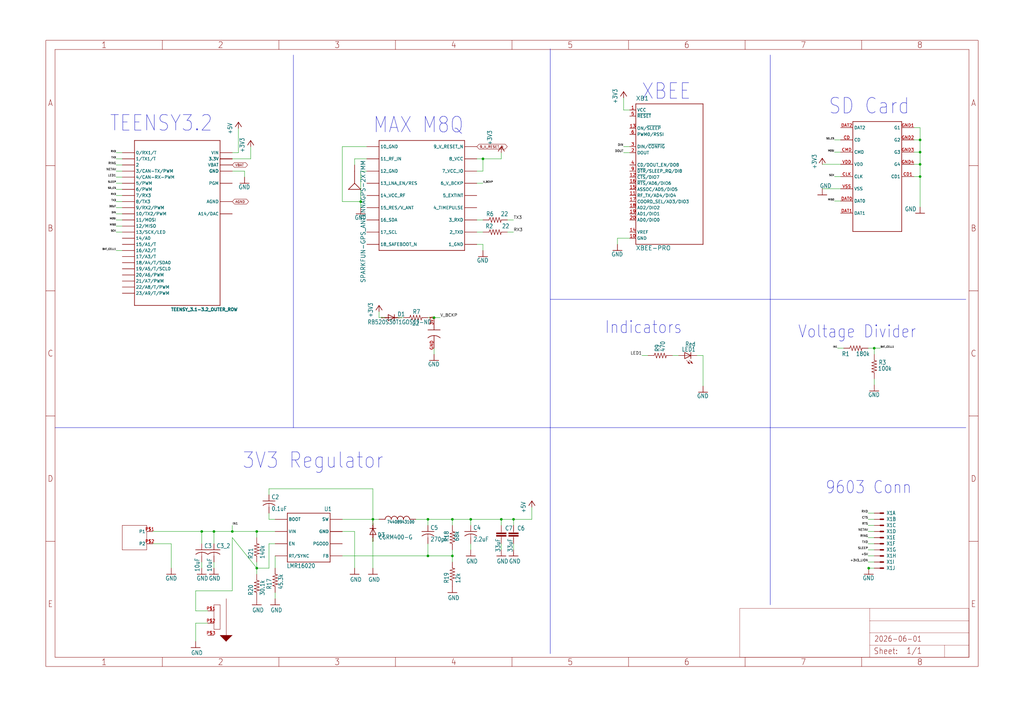
<source format=kicad_sch>
(kicad_sch (version 20230121) (generator eeschema)
  (paper "User" 425.45 298.45)
  (lib_symbols
    (symbol "BITSv4-eagle-import:+3V3" (power)
      (property "Value" "+3V3" (at -2.54 -5.08 90))
      (symbol "+3V3_1_0"
        (pin power_in line (at 0 -2.54 90) (length 2.54) (name "+3V3") (number "1"))
      )
    )
    (symbol "BITSv4-eagle-import:+5V" (power)
      (property "Value" "+5V" (at -2.54 -5.08 90))
      (symbol "+5V_1_0"
        (pin power_in line (at 0 -2.54 90) (length 2.54) (name "+5V") (number "1"))
      )
    )
    (symbol "BITSv4-eagle-import:53?-10261"
      (property "Reference" "X" (at 2.54 -0.762 0))
      (symbol "53?-10261_1_0"
        (pin passive line (at -2.54 0 0) (length 2.54) (name "S") (number "1"))
      )
      (symbol "53?-10261_2_0"
        (pin passive line (at -2.54 0 0) (length 2.54) (name "S") (number "2"))
      )
      (symbol "53?-10261_3_0"
        (pin passive line (at -2.54 0 0) (length 2.54) (name "S") (number "3"))
      )
      (symbol "53?-10261_4_0"
        (pin passive line (at -2.54 0 0) (length 2.54) (name "S") (number "4"))
      )
      (symbol "53?-10261_5_0"
        (pin passive line (at -2.54 0 0) (length 2.54) (name "S") (number "5"))
      )
      (symbol "53?-10261_6_0"
        (pin passive line (at -2.54 0 0) (length 2.54) (name "S") (number "6"))
      )
      (symbol "53?-10261_7_0"
        (pin passive line (at -2.54 0 0) (length 2.54) (name "S") (number "7"))
      )
      (symbol "53?-10261_8_0"
        (pin passive line (at -2.54 0 0) (length 2.54) (name "S") (number "8"))
      )
      (symbol "53?-10261_9_0"
        (pin passive line (at -2.54 0 0) (length 2.54) (name "S") (number "9"))
      )
      (symbol "53?-10261_10_0"
        (pin passive line (at -2.54 0 0) (length 2.54) (name "S") (number "10"))
      )
    )
    (symbol "BITSv4-eagle-import:559350210"
      (symbol "559350210_1_0"
        (pin bidirectional line (at 7.62 2.54 180) (length 2.54) (name "P1") (number "P$1"))
        (pin bidirectional line (at 7.62 -2.54 180) (length 2.54) (name "P2") (number "P$2"))
      )
    )
    (symbol "BITSv4-eagle-import:74408943100"
      (symbol "74408943100_1_0"
        (pin bidirectional line (at 0 0 0) (length 0) (name "P$1") (number "P$1"))
        (pin bidirectional line (at 15.24 0 0) (length 0) (name "P$2") (number "P$2"))
      )
    )
    (symbol "BITSv4-eagle-import:A3L-LOC"
      (symbol "A3L-LOC_1_0"
        (text "${#}/${##}" (at 357.505 5.08 0) (effects (font (size 2.54 2.159)) (justify left bottom)))
        (text "${CURRENT_DATE}" (at 344.17 10.16 0) (effects (font (size 2.286 1.9431)) (justify left bottom)))
        (text "${PROJECTNAME}" (at 344.17 15.24 0) (effects (font (size 2.54 2.159)) (justify left bottom)))
        (text "1" (at 24.2094 1.905 0) (effects (font (size 2.54 2.286))))
        (text "1" (at 24.2094 258.445 0) (effects (font (size 2.54 2.286))))
        (text "2" (at 72.6281 1.905 0) (effects (font (size 2.54 2.286))))
        (text "2" (at 72.6281 258.445 0) (effects (font (size 2.54 2.286))))
        (text "3" (at 121.0469 1.905 0) (effects (font (size 2.54 2.286))))
        (text "3" (at 121.0469 258.445 0) (effects (font (size 2.54 2.286))))
        (text "4" (at 169.4656 1.905 0) (effects (font (size 2.54 2.286))))
        (text "4" (at 169.4656 258.445 0) (effects (font (size 2.54 2.286))))
        (text "5" (at 217.8844 1.905 0) (effects (font (size 2.54 2.286))))
        (text "5" (at 217.8844 258.445 0) (effects (font (size 2.54 2.286))))
        (text "6" (at 266.3031 1.905 0) (effects (font (size 2.54 2.286))))
        (text "6" (at 266.3031 258.445 0) (effects (font (size 2.54 2.286))))
        (text "7" (at 314.7219 1.905 0) (effects (font (size 2.54 2.286))))
        (text "7" (at 314.7219 258.445 0) (effects (font (size 2.54 2.286))))
        (text "8" (at 363.1406 1.905 0) (effects (font (size 2.54 2.286))))
        (text "8" (at 363.1406 258.445 0) (effects (font (size 2.54 2.286))))
        (text "A" (at 1.905 234.315 0) (effects (font (size 2.54 2.286))))
        (text "A" (at 385.445 234.315 0) (effects (font (size 2.54 2.286))))
        (text "B" (at 1.905 182.245 0) (effects (font (size 2.54 2.286))))
        (text "B" (at 385.445 182.245 0) (effects (font (size 2.54 2.286))))
        (text "C" (at 1.905 130.175 0) (effects (font (size 2.54 2.286))))
        (text "C" (at 385.445 130.175 0) (effects (font (size 2.54 2.286))))
        (text "D" (at 1.905 78.105 0) (effects (font (size 2.54 2.286))))
        (text "D" (at 385.445 78.105 0) (effects (font (size 2.54 2.286))))
        (text "E" (at 1.905 26.035 0) (effects (font (size 2.54 2.286))))
        (text "E" (at 385.445 26.035 0) (effects (font (size 2.54 2.286))))
        (text "Sheet:" (at 343.916 4.953 0) (effects (font (size 2.54 2.159)) (justify left bottom)))
      )
    )
    (symbol "BITSv4-eagle-import:C-EU050-024X044"
      (property "Reference" "C" (at 1.524 0.381 0))
      (symbol "C-EU050-024X044_1_0"
        (pin passive line (at 0 2.54 270) (length 2.54) (name "1") (number "1"))
        (pin passive line (at 0 -5.08 90) (length 2.54) (name "2") (number "2"))
      )
    )
    (symbol "BITSv4-eagle-import:C-USC0603"
      (property "Reference" "C" (at 1.016 0.635 0))
      (symbol "C-USC0603_1_0"
        (pin passive line (at 0 2.54 270) (length 2.54) (name "1") (number "1"))
        (pin passive line (at 0 -5.08 90) (length 2.54) (name "2") (number "2"))
      )
    )
    (symbol "BITSv4-eagle-import:CGRM400-G"
      (property "Reference" "D" (at 2.54 0.4826 0))
      (symbol "CGRM400-G_1_0"
        (text "SpiceOrder 1" (at -2.54 0 0) (effects (font (size 0.4064 0.3454))))
        (text "SpiceOrder 2" (at 2.54 0 0) (effects (font (size 0.4064 0.3454))))
        (pin passive line (at -2.54 0 0) (length 2.54) (name "A") (number "A"))
        (pin passive line (at 2.54 0 180) (length 2.54) (name "C") (number "C"))
      )
    )
    (symbol "BITSv4-eagle-import:CL-SB-12B-01"
      (symbol "CL-SB-12B-01_1_0"
        (pin bidirectional line (at -5.08 2.54 90) (length 2.54) (name "P1") (number "P$1"))
        (pin bidirectional line (at 0 2.54 90) (length 2.54) (name "P2") (number "P$2"))
        (pin bidirectional line (at 5.08 2.54 90) (length 2.54) (name "P3") (number "P$3"))
      )
    )
    (symbol "BITSv4-eagle-import:DCK-3R3E204T614-E"
      (symbol "DCK-3R3E204T614-E_1_0"
        (pin bidirectional line (at 2.54 0 180) (length 2.54) (name "3V3") (number "3V3"))
        (pin bidirectional line (at -10.16 0 0) (length 2.54) (name "GND") (number "GND"))
      )
    )
    (symbol "BITSv4-eagle-import:DIODE-SOD523"
      (property "Reference" "D" (at 2.54 0.4826 0))
      (symbol "DIODE-SOD523_1_0"
        (text "SpiceOrder 1" (at -2.54 0 0) (effects (font (size 0.4064 0.3454))))
        (text "SpiceOrder 2" (at 2.54 0 0) (effects (font (size 0.4064 0.3454))))
        (pin passive line (at -2.54 0 0) (length 2.54) (name "A") (number "A"))
        (pin passive line (at 2.54 0 180) (length 2.54) (name "C") (number "C"))
      )
    )
    (symbol "BITSv4-eagle-import:GND" (power)
      (property "Value" "GND" (at -2.54 -2.54 0))
      (symbol "GND_1_0"
        (pin power_in line (at 0 2.54 270) (length 2.54) (name "GND") (number "1"))
      )
    )
    (symbol "BITSv4-eagle-import:LEDCHIP-LED0603"
      (property "Reference" "LED" (at 3.556 -4.572 90))
      (symbol "LEDCHIP-LED0603_1_0"
        (pin passive line (at 0 2.54 270) (length 2.54) (name "A") (number "A"))
        (pin passive line (at 0 -5.08 90) (length 2.54) (name "C") (number "C"))
      )
    )
    (symbol "BITSv4-eagle-import:LMR16020"
      (property "Reference" "U" (at -7.62 10.922 0))
      (symbol "LMR16020_1_0"
        (pin bidirectional line (at -12.7 7.62 0) (length 5.08) (name "BOOT") (number "P$1"))
        (pin bidirectional line (at -12.7 2.54 0) (length 5.08) (name "VIN") (number "P$2"))
        (pin bidirectional line (at -12.7 -2.54 0) (length 5.08) (name "EN") (number "P$3"))
        (pin bidirectional line (at -12.7 -7.62 0) (length 5.08) (name "RT/SYNC") (number "P$4"))
        (pin bidirectional line (at 15.24 -7.62 180) (length 5.08) (name "FB") (number "P$5"))
        (pin bidirectional line (at 15.24 -2.54 180) (length 5.08) (name "PGOOD") (number "P$6"))
        (pin bidirectional line (at 15.24 2.54 180) (length 5.08) (name "GND") (number "P$7"))
        (pin bidirectional line (at 15.24 7.62 180) (length 5.08) (name "SW") (number "P$8"))
        (pin bidirectional line (at 15.24 2.54 180) (length 5.08) (name "GND") (number "PAD"))
      )
    )
    (symbol "BITSv4-eagle-import:MAX-M8"
      (symbol "MAX-M8_1_0"
        (pin power_in line (at -22.86 15.24 0) (length 5.08) (name "10_GND") (number "10_GND"))
        (pin bidirectional line (at -22.86 10.16 0) (length 5.08) (name "11_RF_IN") (number "11_RF_IN"))
        (pin power_in line (at -22.86 5.08 0) (length 5.08) (name "12_GND") (number "12_GND"))
        (pin bidirectional line (at -22.86 0 0) (length 5.08) (name "13_LNA_EN/RES") (number "13_LNA_EN"))
        (pin bidirectional line (at -22.86 -5.08 0) (length 5.08) (name "14_VCC_RF") (number "14_VCC_RF"))
        (pin bidirectional line (at -22.86 -10.16 0) (length 5.08) (name "15_RES/V_ANT") (number "15_V_ANT/RESERVED"))
        (pin bidirectional line (at -22.86 -15.24 0) (length 5.08) (name "16_SDA") (number "16_SDA"))
        (pin bidirectional line (at -22.86 -20.32 0) (length 5.08) (name "17_SCL") (number "17_SCL"))
        (pin bidirectional line (at -22.86 -25.4 0) (length 5.08) (name "18_SAFEBOOT_N") (number "18_SAFEBOOT_N"))
        (pin power_in line (at 22.86 -25.4 180) (length 5.08) (name "1_GND") (number "1_GND"))
        (pin bidirectional line (at 22.86 -20.32 180) (length 5.08) (name "2_TXD") (number "2_TXD"))
        (pin bidirectional line (at 22.86 -15.24 180) (length 5.08) (name "3_RXD") (number "3_RXD"))
        (pin bidirectional line (at 22.86 -10.16 180) (length 5.08) (name "4_TIMEPULSE") (number "4_TIMEPULSE"))
        (pin bidirectional line (at 22.86 -5.08 180) (length 5.08) (name "5_EXTINT") (number "5_EXTINT"))
        (pin bidirectional line (at 22.86 0 180) (length 5.08) (name "6_V_BCKP") (number "6_V_BCKP"))
        (pin power_in line (at 22.86 5.08 180) (length 5.08) (name "7_VCC_IO") (number "7_VCC_IO"))
        (pin power_in line (at 22.86 10.16 180) (length 5.08) (name "8_VCC") (number "8_VCC"))
        (pin power_in line (at 22.86 15.24 180) (length 5.08) (name "9_V_RESET_N") (number "9_RESET_N"))
      )
    )
    (symbol "BITSv4-eagle-import:MICRO_SD"
      (symbol "MICRO_SD_1_0"
        (pin bidirectional line (at -15.24 15.24 0) (length 5.08) (name "CD") (number "CD"))
        (pin bidirectional line (at 15.24 0 180) (length 5.08) (name "CD1") (number "CD1"))
        (pin bidirectional line (at -15.24 0 0) (length 5.08) (name "CLK") (number "CLK"))
        (pin bidirectional line (at -15.24 10.16 0) (length 5.08) (name "CMD") (number "CMD"))
        (pin bidirectional line (at -15.24 -10.16 0) (length 5.08) (name "DAT0") (number "DAT0"))
        (pin bidirectional line (at -15.24 -15.24 0) (length 5.08) (name "DAT1") (number "DAT1"))
        (pin bidirectional line (at -15.24 20.32 0) (length 5.08) (name "DAT2") (number "DAT2"))
        (pin bidirectional line (at 15.24 20.32 180) (length 5.08) (name "G1") (number "GND1"))
        (pin bidirectional line (at 15.24 15.24 180) (length 5.08) (name "G2") (number "GND2"))
        (pin bidirectional line (at 15.24 10.16 180) (length 5.08) (name "G3") (number "GND3"))
        (pin bidirectional line (at 15.24 5.08 180) (length 5.08) (name "G4") (number "GND4"))
        (pin bidirectional line (at -15.24 5.08 0) (length 5.08) (name "VDD") (number "VDD"))
        (pin bidirectional line (at -15.24 -5.08 0) (length 5.08) (name "VSS") (number "VSS"))
      )
    )
    (symbol "BITSv4-eagle-import:R-US_R0603"
      (property "Reference" "R" (at -3.81 1.4986 0))
      (symbol "R-US_R0603_1_0"
        (pin passive line (at -5.08 0 0) (length 2.54) (name "1") (number "1"))
        (pin passive line (at 5.08 0 180) (length 2.54) (name "2") (number "2"))
      )
    )
    (symbol "BITSv4-eagle-import:SPARKFUN-GPS_ANTENNAGPS-2X7MM"
      (symbol "SPARKFUN-GPS_ANTENNAGPS-2X7MM_1_0"
        (pin bidirectional line (at 0 -5.08 90) (length 2.54) (name "SIGNAL") (number "1"))
      )
    )
    (symbol "BITSv4-eagle-import:TEENSY_3.1-3.2_OUTER_ROW"
      (symbol "TEENSY_3.1-3.2_OUTER_ROW_1_0"
        (pin bidirectional line (at -22.86 27.94 0) (length 5.08) (name "0/RX1/T") (number "0"))
        (pin bidirectional line (at -22.86 25.4 0) (length 5.08) (name "1/TX1/T") (number "1"))
        (pin bidirectional line (at -22.86 2.54 0) (length 5.08) (name "10/TX2/PWM") (number "10"))
        (pin bidirectional line (at -22.86 0 0) (length 5.08) (name "11/MOSI") (number "11"))
        (pin bidirectional line (at -22.86 -2.54 0) (length 5.08) (name "12/MISO") (number "12"))
        (pin bidirectional line (at -22.86 -5.08 0) (length 5.08) (name "13/SCK/LED") (number "13"))
        (pin bidirectional line (at -22.86 -7.62 0) (length 5.08) (name "14/A0") (number "14/A0"))
        (pin bidirectional line (at -22.86 -10.16 0) (length 5.08) (name "15/A1/T") (number "15/A1"))
        (pin bidirectional line (at -22.86 -12.7 0) (length 5.08) (name "16/A2/T") (number "16/A2"))
        (pin bidirectional line (at -22.86 -15.24 0) (length 5.08) (name "17/A3/T") (number "17/A3"))
        (pin bidirectional line (at -22.86 -17.78 0) (length 5.08) (name "18/A4/T/SDA0") (number "18/A4"))
        (pin bidirectional line (at -22.86 -20.32 0) (length 5.08) (name "19/A5/T/SCL0") (number "19/A5"))
        (pin bidirectional line (at -22.86 22.86 0) (length 5.08) (name "2") (number "2"))
        (pin bidirectional line (at -22.86 -22.86 0) (length 5.08) (name "20/A6/PWM") (number "20/A6"))
        (pin bidirectional line (at -22.86 -25.4 0) (length 5.08) (name "21/A7/PWM") (number "21/A7"))
        (pin bidirectional line (at -22.86 -27.94 0) (length 5.08) (name "22/A8/T/PWM") (number "22/A8"))
        (pin bidirectional line (at -22.86 -30.48 0) (length 5.08) (name "23/A9/T/PWM") (number "23/A9"))
        (pin bidirectional line (at -22.86 20.32 0) (length 5.08) (name "3/CAN-TX/PWM") (number "3"))
        (pin power_in line (at 22.86 25.4 180) (length 5.08) (name "3.3V") (number "3.3V"))
        (pin power_in line (at 22.86 25.4 180) (length 5.08) (name "3.3V") (number "3.3V1"))
        (pin bidirectional line (at -22.86 17.78 0) (length 5.08) (name "4/CAN-RX-PWM") (number "4"))
        (pin bidirectional line (at -22.86 15.24 0) (length 5.08) (name "5/PWM") (number "5"))
        (pin bidirectional line (at -22.86 12.7 0) (length 5.08) (name "6/PWM") (number "6"))
        (pin bidirectional line (at -22.86 10.16 0) (length 5.08) (name "7/RX3") (number "7"))
        (pin bidirectional line (at -22.86 7.62 0) (length 5.08) (name "8/TX3") (number "8"))
        (pin bidirectional line (at -22.86 5.08 0) (length 5.08) (name "9/RX2/PWM") (number "9"))
        (pin power_in line (at 22.86 7.62 180) (length 5.08) (name "AGND") (number "AGND"))
        (pin power_in line (at 22.86 20.32 180) (length 5.08) (name "GND") (number "GND"))
        (pin power_in line (at 22.86 20.32 180) (length 5.08) (name "GND") (number "GND1"))
        (pin bidirectional line (at 22.86 15.24 180) (length 5.08) (name "PGM") (number "PGM"))
        (pin bidirectional line (at 22.86 2.54 180) (length 5.08) (name "A14/DAC") (number "RESET/DAC"))
        (pin power_in line (at 22.86 22.86 180) (length 5.08) (name "VBAT") (number "VBAT"))
        (pin power_in line (at 22.86 27.94 180) (length 5.08) (name "VIN") (number "VIN"))
      )
    )
    (symbol "BITSv4-eagle-import:XBEE-PRO"
      (property "Reference" "XB" (at -12.7 29.21 0))
      (symbol "XBEE-PRO_1_0"
        (pin power_in line (at -15.24 25.4 0) (length 2.54) (name "VCC") (number "1"))
        (pin power_in line (at -15.24 -27.94 0) (length 2.54) (name "GND") (number "10"))
        (pin bidirectional line (at -15.24 -10.16 0) (length 2.54) (name "RF_TX/AD4/DIO4") (number "11"))
        (pin bidirectional line (at -15.24 -2.54 0) (length 2.54) (name "~{CTS}/DIO7") (number "12"))
        (pin output line (at -15.24 17.78 0) (length 2.54) (name "ON/~{SLEEP}") (number "13"))
        (pin input line (at -15.24 -25.4 0) (length 2.54) (name "VREF") (number "14"))
        (pin bidirectional line (at -15.24 -7.62 0) (length 2.54) (name "ASSOC/AD5/DIO5") (number "15"))
        (pin bidirectional line (at -15.24 -5.08 0) (length 2.54) (name "~{RTS}/AD6/DIO6") (number "16"))
        (pin bidirectional line (at -15.24 -12.7 0) (length 2.54) (name "COORD_SEL/AD3/DIO3") (number "17"))
        (pin bidirectional line (at -15.24 -15.24 0) (length 2.54) (name "AD2/DIO2") (number "18"))
        (pin bidirectional line (at -15.24 -17.78 0) (length 2.54) (name "AD1/DIO1") (number "19"))
        (pin output line (at -15.24 7.62 0) (length 2.54) (name "DOUT") (number "2"))
        (pin bidirectional line (at -15.24 -20.32 0) (length 2.54) (name "AD0/DIO0") (number "20"))
        (pin input line (at -15.24 10.16 0) (length 2.54) (name "DIN/~{CONFIG}") (number "3"))
        (pin output line (at -15.24 2.54 0) (length 2.54) (name "CD/DOUT_EN/DO8") (number "4"))
        (pin input line (at -15.24 22.86 0) (length 2.54) (name "~{RESET}") (number "5"))
        (pin output line (at -15.24 15.24 0) (length 2.54) (name "PWM0/RSSI") (number "6"))
        (pin bidirectional line (at -15.24 0 0) (length 2.54) (name "~{DTR}/SLEEP_RQ/DI8") (number "9"))
      )
    )
    (symbol "BITSv4-eagle-import:rcl_C-USC0402"
      (property "Reference" "C" (at 1.016 0.635 0))
      (symbol "rcl_C-USC0402_1_0"
        (pin passive line (at 0 2.54 270) (length 2.54) (name "1") (number "1"))
        (pin passive line (at 0 -5.08 90) (length 2.54) (name "2") (number "2"))
      )
    )
    (symbol "BITSv4-eagle-import:rcl_C-USC0603"
      (property "Reference" "C" (at 1.016 0.635 0))
      (symbol "rcl_C-USC0603_1_0"
        (pin passive line (at 0 2.54 270) (length 2.54) (name "1") (number "1"))
        (pin passive line (at 0 -5.08 90) (length 2.54) (name "2") (number "2"))
      )
    )
    (symbol "BITSv4-eagle-import:rcl_C-USC0805"
      (property "Reference" "C" (at 1.016 0.635 0))
      (symbol "rcl_C-USC0805_1_0"
        (pin passive line (at 0 2.54 270) (length 2.54) (name "1") (number "1"))
        (pin passive line (at 0 -5.08 90) (length 2.54) (name "2") (number "2"))
      )
    )
    (symbol "BITSv4-eagle-import:rcl_R-US_R0603"
      (property "Reference" "R" (at -3.81 1.4986 0))
      (symbol "rcl_R-US_R0603_1_0"
        (pin passive line (at -5.08 0 0) (length 2.54) (name "1") (number "1"))
        (pin passive line (at 5.08 0 180) (length 2.54) (name "2") (number "2"))
      )
    )
    (symbol "BITSv4-eagle-import:supply1@1_GND" (power)
      (property "Value" "supply1@1_GND" (at -2.54 -2.54 0))
      (symbol "supply1@1_GND_1_0"
        (pin power_in line (at 0 2.54 270) (length 2.54) (name "GND") (number "1"))
      )
    )
  )
  (junction (at 177.8 215.9))
  (junction (at 83.82 220.98))
  (junction (at 96.52 220.98))
  (junction (at 382.27 73.406))
  (junction (at 195.58 215.9))
  (junction (at 187.96 215.9))
  (junction (at 154.94 215.9))
  (junction (at 88.9 220.98))
  (junction (at 200.66 66.04))
  (junction (at 106.68 236.22))
  (junction (at 177.8 231.14))
  (junction (at 382.27 58.166))
  (junction (at 382.27 63.246))
  (junction (at 382.27 68.326))
  (junction (at 360.934 236.22))
  (junction (at 106.68 220.98))
  (junction (at 187.96 231.14))
  (junction (at 363.22 144.78))
  (junction (at 149.86 83.82))
  (junction (at 208.28 215.9))
  (junction (at 213.36 215.9))
  (junction (at 180.34 132.08))
  (wire (pts (xy 154.94 218.44) (xy 154.94 215.9)) (stroke (width 0.1524)))
  (wire (pts (xy 210.82 96.52) (xy 213.36 96.52)) (stroke (width 0.1524)))
  (wire (pts (xy 149.86 83.82) (xy 149.86 86.36)) (stroke (width 0.1524)))
  (wire (pts (xy 360.68 144.78) (xy 363.22 144.78)) (stroke (width 0.1524)))
  (wire (pts (xy 81.28 259.08) (xy 86.36 259.08)) (stroke (width 0.1524)))
  (polyline (pts (xy 228.6 177.8) (xy 320.04 177.8)) (stroke (width 0.1524) (type solid)))
  (wire (pts (xy 177.8 215.9) (xy 187.96 215.9)) (stroke (width 0.1524)))
  (wire (pts (xy 99.06 63.5) (xy 99.06 53.34)) (stroke (width 0.1524)))
  (wire (pts (xy 289.56 147.828) (xy 292.1 147.828)) (stroke (width 0.1524)))
  (wire (pts (xy 210.82 91.44) (xy 213.36 91.44)) (stroke (width 0.1524)))
  (wire (pts (xy 104.14 66.04) (xy 96.52 66.04)) (stroke (width 0.1524)))
  (wire (pts (xy 198.12 101.6) (xy 200.66 101.6)) (stroke (width 0.1524)))
  (wire (pts (xy 157.48 132.08) (xy 160.02 132.08)) (stroke (width 0.1524)))
  (wire (pts (xy 96.52 220.98) (xy 96.52 218.44)) (stroke (width 0.1524)))
  (wire (pts (xy 50.8 104.14) (xy 48.26 104.14)) (stroke (width 0.1524)))
  (wire (pts (xy 50.8 86.36) (xy 48.26 86.36)) (stroke (width 0.1524)))
  (wire (pts (xy 261.62 63.5) (xy 259.08 63.5)) (stroke (width 0.1524)))
  (wire (pts (xy 208.28 228.6) (xy 208.28 226.06)) (stroke (width 0.1524)))
  (wire (pts (xy 50.8 81.28) (xy 48.26 81.28)) (stroke (width 0.1524)))
  (wire (pts (xy 213.36 215.9) (xy 220.98 215.9)) (stroke (width 0.1524)))
  (wire (pts (xy 208.28 218.44) (xy 208.28 215.9)) (stroke (width 0.1524)))
  (wire (pts (xy 363.22 231.14) (xy 360.68 231.14)) (stroke (width 0.1524)))
  (wire (pts (xy 81.28 266.7) (xy 81.28 259.08)) (stroke (width 0.1524)))
  (polyline (pts (xy 228.6 177.8) (xy 228.6 124.46)) (stroke (width 0.1524) (type solid)))
  (polyline (pts (xy 228.6 124.46) (xy 228.6 20.32)) (stroke (width 0.1524) (type solid)))
  (wire (pts (xy 382.27 73.406) (xy 382.27 86.106)) (stroke (width 0.1524)))
  (wire (pts (xy 350.52 144.78) (xy 347.98 144.78)) (stroke (width 0.1524)))
  (wire (pts (xy 363.22 228.6) (xy 360.68 228.6)) (stroke (width 0.1524)))
  (wire (pts (xy 382.27 63.246) (xy 382.27 68.326)) (stroke (width 0.1524)))
  (wire (pts (xy 360.934 236.22) (xy 360.68 236.22)) (stroke (width 0.1524)))
  (wire (pts (xy 114.3 226.06) (xy 111.76 226.06)) (stroke (width 0.1524)))
  (wire (pts (xy 200.66 101.6) (xy 200.66 104.14)) (stroke (width 0.1524)))
  (polyline (pts (xy 121.92 177.8) (xy 121.92 22.86)) (stroke (width 0.1524) (type solid)))
  (wire (pts (xy 177.8 132.08) (xy 180.34 132.08)) (stroke (width 0.1524)))
  (wire (pts (xy 50.8 76.2) (xy 48.26 76.2)) (stroke (width 0.1524)))
  (wire (pts (xy 363.22 213.36) (xy 360.68 213.36)) (stroke (width 0.1524)))
  (wire (pts (xy 50.8 93.98) (xy 48.26 93.98)) (stroke (width 0.1524)))
  (wire (pts (xy 213.36 218.44) (xy 213.36 215.9)) (stroke (width 0.1524)))
  (wire (pts (xy 111.76 226.06) (xy 111.76 236.22)) (stroke (width 0.1524)))
  (wire (pts (xy 198.12 76.2) (xy 200.66 76.2)) (stroke (width 0.1524)))
  (wire (pts (xy 111.76 236.22) (xy 106.68 236.22)) (stroke (width 0.1524)))
  (wire (pts (xy 382.27 53.086) (xy 382.27 58.166)) (stroke (width 0.1524)))
  (wire (pts (xy 187.96 215.9) (xy 195.58 215.9)) (stroke (width 0.1524)))
  (wire (pts (xy 195.58 218.44) (xy 195.58 215.9)) (stroke (width 0.1524)))
  (wire (pts (xy 50.8 83.82) (xy 48.26 83.82)) (stroke (width 0.1524)))
  (wire (pts (xy 88.9 226.06) (xy 88.9 220.98)) (stroke (width 0.1524)))
  (wire (pts (xy 180.34 132.08) (xy 182.88 132.08)) (stroke (width 0.1524)))
  (wire (pts (xy 208.28 63.5) (xy 208.28 66.04)) (stroke (width 0.1524)))
  (wire (pts (xy 81.28 254) (xy 81.28 245.618)) (stroke (width 0.1524)))
  (wire (pts (xy 106.68 238.76) (xy 106.68 236.22)) (stroke (width 0.1524)))
  (polyline (pts (xy 320.04 124.46) (xy 401.32 124.46)) (stroke (width 0.1524) (type solid)))
  (wire (pts (xy 149.86 71.12) (xy 149.86 83.82)) (stroke (width 0.1524)))
  (wire (pts (xy 195.58 226.06) (xy 195.58 228.6)) (stroke (width 0.1524)))
  (wire (pts (xy 83.82 226.06) (xy 83.82 220.98)) (stroke (width 0.1524)))
  (wire (pts (xy 363.22 220.98) (xy 360.68 220.98)) (stroke (width 0.1524)))
  (polyline (pts (xy 228.6 124.46) (xy 320.04 124.46)) (stroke (width 0.1524) (type solid)))
  (wire (pts (xy 152.4 60.96) (xy 142.24 60.96)) (stroke (width 0.1524)))
  (wire (pts (xy 50.8 91.44) (xy 48.26 91.44)) (stroke (width 0.1524)))
  (wire (pts (xy 177.8 226.06) (xy 177.8 231.14)) (stroke (width 0.1524)))
  (wire (pts (xy 96.52 223.52) (xy 106.68 236.22)) (stroke (width 0.1524)))
  (wire (pts (xy 341.63 68.326) (xy 349.25 68.326)) (stroke (width 0.1524)))
  (wire (pts (xy 50.8 63.5) (xy 48.26 63.5)) (stroke (width 0.1524)))
  (wire (pts (xy 256.54 101.6) (xy 256.54 99.06)) (stroke (width 0.1524)))
  (wire (pts (xy 198.12 66.04) (xy 200.66 66.04)) (stroke (width 0.1524)))
  (wire (pts (xy 154.94 223.52) (xy 154.94 236.22)) (stroke (width 0.1524)))
  (wire (pts (xy 154.94 203.2) (xy 154.94 215.9)) (stroke (width 0.1524)))
  (wire (pts (xy 349.25 58.166) (xy 346.71 58.166)) (stroke (width 0.1524)))
  (wire (pts (xy 71.12 226.06) (xy 71.12 236.22)) (stroke (width 0.1524)))
  (wire (pts (xy 363.22 218.44) (xy 360.68 218.44)) (stroke (width 0.1524)))
  (wire (pts (xy 363.22 236.22) (xy 360.934 236.22)) (stroke (width 0.1524)))
  (wire (pts (xy 50.8 96.52) (xy 48.26 96.52)) (stroke (width 0.1524)))
  (wire (pts (xy 198.12 96.52) (xy 200.66 96.52)) (stroke (width 0.1524)))
  (wire (pts (xy 180.34 144.78) (xy 180.34 147.32)) (stroke (width 0.1524)))
  (wire (pts (xy 379.73 53.086) (xy 382.27 53.086)) (stroke (width 0.1524)))
  (wire (pts (xy 269.24 147.828) (xy 266.7 147.828)) (stroke (width 0.1524)))
  (wire (pts (xy 147.32 220.98) (xy 142.24 220.98)) (stroke (width 0.1524)))
  (wire (pts (xy 104.14 60.96) (xy 104.14 66.04)) (stroke (width 0.1524)))
  (wire (pts (xy 50.8 88.9) (xy 48.26 88.9)) (stroke (width 0.1524)))
  (wire (pts (xy 363.22 157.48) (xy 363.22 160.02)) (stroke (width 0.1524)))
  (wire (pts (xy 363.22 226.06) (xy 360.68 226.06)) (stroke (width 0.1524)))
  (wire (pts (xy 88.9 233.68) (xy 88.9 236.22)) (stroke (width 0.1524)))
  (wire (pts (xy 50.8 73.66) (xy 48.26 73.66)) (stroke (width 0.1524)))
  (wire (pts (xy 86.36 254) (xy 81.28 254)) (stroke (width 0.1524)))
  (wire (pts (xy 382.27 68.326) (xy 382.27 73.406)) (stroke (width 0.1524)))
  (wire (pts (xy 50.8 66.04) (xy 48.26 66.04)) (stroke (width 0.1524)))
  (wire (pts (xy 63.5 226.06) (xy 71.12 226.06)) (stroke (width 0.1524)))
  (wire (pts (xy 363.22 144.78) (xy 365.76 144.78)) (stroke (width 0.1524)))
  (wire (pts (xy 195.58 215.9) (xy 208.28 215.9)) (stroke (width 0.1524)))
  (polyline (pts (xy 121.92 177.8) (xy 228.6 177.8)) (stroke (width 0.1524) (type solid)))
  (polyline (pts (xy 320.04 124.46) (xy 320.04 22.86)) (stroke (width 0.1524) (type solid)))
  (wire (pts (xy 106.68 223.52) (xy 106.68 220.98)) (stroke (width 0.1524)))
  (wire (pts (xy 208.28 215.9) (xy 213.36 215.9)) (stroke (width 0.1524)))
  (wire (pts (xy 363.22 223.52) (xy 360.68 223.52)) (stroke (width 0.1524)))
  (wire (pts (xy 379.73 73.406) (xy 382.27 73.406)) (stroke (width 0.1524)))
  (wire (pts (xy 349.25 63.246) (xy 346.71 63.246)) (stroke (width 0.1524)))
  (wire (pts (xy 187.96 218.44) (xy 187.96 215.9)) (stroke (width 0.1524)))
  (wire (pts (xy 50.8 71.12) (xy 48.26 71.12)) (stroke (width 0.1524)))
  (wire (pts (xy 50.8 78.74) (xy 48.26 78.74)) (stroke (width 0.1524)))
  (polyline (pts (xy 320.04 177.8) (xy 320.04 251.46)) (stroke (width 0.1524) (type solid)))
  (wire (pts (xy 187.96 228.6) (xy 187.96 231.14)) (stroke (width 0.1524)))
  (wire (pts (xy 147.32 66.04) (xy 152.4 66.04)) (stroke (width 0.1524)))
  (wire (pts (xy 363.22 144.78) (xy 363.22 147.32)) (stroke (width 0.1524)))
  (wire (pts (xy 96.52 245.618) (xy 96.52 223.52)) (stroke (width 0.1524)))
  (wire (pts (xy 154.94 215.9) (xy 142.24 215.9)) (stroke (width 0.1524)))
  (wire (pts (xy 379.73 63.246) (xy 382.27 63.246)) (stroke (width 0.1524)))
  (wire (pts (xy 142.24 231.14) (xy 177.8 231.14)) (stroke (width 0.1524)))
  (wire (pts (xy 114.3 215.9) (xy 111.76 215.9)) (stroke (width 0.1524)))
  (polyline (pts (xy 320.04 177.8) (xy 320.04 124.46)) (stroke (width 0.1524) (type solid)))
  (wire (pts (xy 382.27 58.166) (xy 382.27 63.246)) (stroke (width 0.1524)))
  (wire (pts (xy 101.6 71.12) (xy 101.6 73.66)) (stroke (width 0.1524)))
  (wire (pts (xy 349.25 73.406) (xy 346.71 73.406)) (stroke (width 0.1524)))
  (polyline (pts (xy 228.6 177.8) (xy 228.6 271.78)) (stroke (width 0.1524) (type solid)))
  (wire (pts (xy 261.62 60.96) (xy 259.08 60.96)) (stroke (width 0.1524)))
  (wire (pts (xy 349.25 78.486) (xy 341.63 78.486)) (stroke (width 0.1524)))
  (wire (pts (xy 200.66 71.12) (xy 200.66 66.04)) (stroke (width 0.1524)))
  (wire (pts (xy 177.8 231.14) (xy 187.96 231.14)) (stroke (width 0.1524)))
  (wire (pts (xy 142.24 60.96) (xy 142.24 83.82)) (stroke (width 0.1524)))
  (wire (pts (xy 83.82 220.98) (xy 88.9 220.98)) (stroke (width 0.1524)))
  (wire (pts (xy 349.25 83.566) (xy 346.71 83.566)) (stroke (width 0.1524)))
  (wire (pts (xy 177.8 218.44) (xy 177.8 215.9)) (stroke (width 0.1524)))
  (wire (pts (xy 172.72 215.9) (xy 177.8 215.9)) (stroke (width 0.1524)))
  (wire (pts (xy 379.73 68.326) (xy 382.27 68.326)) (stroke (width 0.1524)))
  (wire (pts (xy 198.12 71.12) (xy 200.66 71.12)) (stroke (width 0.1524)))
  (wire (pts (xy 152.4 71.12) (xy 149.86 71.12)) (stroke (width 0.1524)))
  (wire (pts (xy 187.96 231.14) (xy 187.96 233.68)) (stroke (width 0.1524)))
  (wire (pts (xy 292.1 147.828) (xy 292.1 160.528)) (stroke (width 0.1524)))
  (wire (pts (xy 114.3 231.14) (xy 114.3 236.22)) (stroke (width 0.1524)))
  (wire (pts (xy 114.3 248.92) (xy 114.3 246.38)) (stroke (width 0.1524)))
  (wire (pts (xy 259.08 45.72) (xy 261.62 45.72)) (stroke (width 0.1524)))
  (wire (pts (xy 213.36 226.06) (xy 213.36 228.6)) (stroke (width 0.1524)))
  (wire (pts (xy 106.68 220.98) (xy 114.3 220.98)) (stroke (width 0.1524)))
  (wire (pts (xy 111.76 203.2) (xy 154.94 203.2)) (stroke (width 0.1524)))
  (wire (pts (xy 198.12 91.44) (xy 200.66 91.44)) (stroke (width 0.1524)))
  (wire (pts (xy 106.68 236.22) (xy 106.68 233.68)) (stroke (width 0.1524)))
  (wire (pts (xy 142.24 83.82) (xy 149.86 83.82)) (stroke (width 0.1524)))
  (wire (pts (xy 63.5 220.98) (xy 83.82 220.98)) (stroke (width 0.1524)))
  (wire (pts (xy 157.48 129.54) (xy 157.48 132.08)) (stroke (width 0.1524)))
  (wire (pts (xy 96.52 63.5) (xy 99.06 63.5)) (stroke (width 0.1524)))
  (wire (pts (xy 279.4 147.828) (xy 281.94 147.828)) (stroke (width 0.1524)))
  (wire (pts (xy 165.1 132.08) (xy 167.64 132.08)) (stroke (width 0.1524)))
  (wire (pts (xy 256.54 99.06) (xy 261.62 99.06)) (stroke (width 0.1524)))
  (wire (pts (xy 96.52 71.12) (xy 101.6 71.12)) (stroke (width 0.1524)))
  (wire (pts (xy 50.8 68.58) (xy 48.26 68.58)) (stroke (width 0.1524)))
  (polyline (pts (xy 320.04 177.8) (xy 401.32 177.8)) (stroke (width 0.1524) (type solid)))
  (wire (pts (xy 81.28 245.618) (xy 96.52 245.618)) (stroke (width 0.1524)))
  (polyline (pts (xy 22.86 177.8) (xy 121.92 177.8)) (stroke (width 0.1524) (type solid)))
  (wire (pts (xy 259.08 40.64) (xy 259.08 45.72)) (stroke (width 0.1524)))
  (wire (pts (xy 200.66 66.04) (xy 208.28 66.04)) (stroke (width 0.1524)))
  (wire (pts (xy 363.22 233.68) (xy 360.68 233.68)) (stroke (width 0.1524)))
  (wire (pts (xy 220.98 215.9) (xy 220.98 210.82)) (stroke (width 0.1524)))
  (wire (pts (xy 363.22 215.9) (xy 360.68 215.9)) (stroke (width 0.1524)))
  (wire (pts (xy 379.73 58.166) (xy 382.27 58.166)) (stroke (width 0.1524)))
  (wire (pts (xy 147.32 68.58) (xy 147.32 66.04)) (stroke (width 0.1524)))
  (wire (pts (xy 147.32 236.22) (xy 147.32 220.98)) (stroke (width 0.1524)))
  (wire (pts (xy 154.94 215.9) (xy 157.48 215.9)) (stroke (width 0.1524)))
  (wire (pts (xy 96.52 220.98) (xy 106.68 220.98)) (stroke (width 0.1524)))
  (wire (pts (xy 88.9 220.98) (xy 96.52 220.98)) (stroke (width 0.1524)))
  (wire (pts (xy 83.82 236.22) (xy 83.82 233.68)) (stroke (width 0.1524)))
  (wire (pts (xy 111.76 205.74) (xy 111.76 203.2)) (stroke (width 0.1524)))
  (wire (pts (xy 111.76 215.9) (xy 111.76 213.36)) (stroke (width 0.1524)))
  (text "3V3 Regulator" (at 100.584 195.326 0) (effects (font (size 6.4516 5.4838)) (justify left bottom)))
  (text "TEENSY3.2" (at 45.466 55.118 0) (effects (font (size 6.4516 5.4838)) (justify left bottom)))
  (text "SD Card" (at 344.17 48.006 0) (effects (font (size 6.4516 5.4838)) (justify left bottom)))
  (text "MAX M8Q" (at 154.94 55.88 0) (effects (font (size 6.4516 5.4838)) (justify left bottom)))
  (text "Indicators" (at 251.206 139.192 0) (effects (font (size 5.08 4.318)) (justify left bottom)))
  (text "9603 Conn" (at 342.9 205.74 0) (effects (font (size 5.08 4.318)) (justify left bottom)))
  (text "XBEE" (at 266.446 41.91 0) (effects (font (size 6.4516 5.4838)) (justify left bottom)))
  (text "Voltage Divider" (at 331.47 140.97 0) (effects (font (size 5.08 4.318)) (justify left bottom)))
  (label "+5V" (at 360.68 231.14 180) (effects (font (size 0.889 0.889))))
  (label "SD_CS" (at 346.71 58.166 180) (effects (font (size 0.7112 0.7112))))
  (label "SD_CS" (at 48.26 78.74 180) (effects (font (size 0.7112 0.7112))))
  (label "V_BCKP" (at 182.88 132.08 0) (effects (font (size 1.2446 1.2446))))
  (label "IN1" (at 96.52 218.44 0) (effects (font (size 0.889 0.889))))
  (label "TX3" (at 213.36 91.44 0) (effects (font (size 1.2446 1.2446))))
  (label "BAT_CELL1" (at 48.26 104.14 180) (effects (font (size 0.7112 0.7112))))
  (label "IN1" (at 347.98 144.78 180) (effects (font (size 0.7112 0.7112))))
  (label "V_BCKP" (at 200.66 76.2 0) (effects (font (size 0.7112 0.7112))))
  (label "MISO" (at 346.71 83.566 180) (effects (font (size 0.7112 0.7112))))
  (label "DIN" (at 48.26 88.9 180) (effects (font (size 0.7112 0.7112))))
  (label "RXD" (at 48.26 63.5 180) (effects (font (size 0.7112 0.7112))))
  (label "LED1" (at 48.26 73.66 180) (effects (font (size 0.889 0.889))))
  (label "TXD" (at 48.26 66.04 180) (effects (font (size 0.7112 0.7112))))
  (label "RING" (at 48.26 68.58 180) (effects (font (size 0.889 0.889))))
  (label "SCK" (at 48.26 96.52 180) (effects (font (size 0.7112 0.7112))))
  (label "SLEEP" (at 360.68 228.6 180) (effects (font (size 0.889 0.889))))
  (label "CTS" (at 360.68 215.9 180) (effects (font (size 0.889 0.889))))
  (label "MOSI" (at 48.26 91.44 180) (effects (font (size 0.7112 0.7112))))
  (label "MISO" (at 48.26 93.98 180) (effects (font (size 0.7112 0.7112))))
  (label "SCK" (at 346.71 73.406 180) (effects (font (size 0.7112 0.7112))))
  (label "NETAV" (at 360.68 220.98 180) (effects (font (size 0.889 0.889))))
  (label "DIN" (at 259.08 60.96 180) (effects (font (size 0.889 0.889))))
  (label "TX3" (at 48.26 83.82 180) (effects (font (size 0.7112 0.7112))))
  (label "SLEEP" (at 48.26 76.2 180) (effects (font (size 0.7112 0.7112))))
  (label "DOUT" (at 48.26 86.36 180) (effects (font (size 0.7112 0.7112))))
  (label "MOSI" (at 346.71 63.246 180) (effects (font (size 0.7112 0.7112))))
  (label "DOUT" (at 259.08 63.5 180) (effects (font (size 0.889 0.889))))
  (label "NETAV" (at 48.26 71.12 180) (effects (font (size 0.889 0.889))))
  (label "LED1" (at 266.7 147.828 180) (effects (font (size 1.2446 1.2446))))
  (label "RING" (at 360.68 223.52 180) (effects (font (size 0.889 0.889))))
  (label "RX3" (at 48.26 81.28 180) (effects (font (size 0.7112 0.7112))))
  (label "RTS" (at 360.68 218.44 180) (effects (font (size 0.889 0.889))))
  (label "+3V3_LION" (at 360.68 233.68 180) (effects (font (size 0.889 0.889))))
  (label "BAT_CELL1" (at 365.76 144.78 0) (effects (font (size 0.7112 0.7112))))
  (label "RX3" (at 213.36 96.52 0) (effects (font (size 1.2446 1.2446))))
  (label "TXD" (at 360.68 226.06 180) (effects (font (size 0.889 0.889))))
  (label "RXD" (at 360.68 213.36 180) (effects (font (size 0.889 0.889))))
  (global_label "VBAT" (shape bidirectional) (at 96.52 68.58 0) (effects (font (size 1.016 1.016))) (property "Intersheetrefs" "${INTERSHEET_REFS}" (effects hide)))
  (global_label "AGND" (shape bidirectional) (at 96.52 83.82 0) (effects (font (size 1.016 1.016))) (property "Intersheetrefs" "${INTERSHEET_REFS}" (effects hide)))
  (global_label "9_V_RESET_N" (shape bidirectional) (at 198.12 60.96 0) (effects (font (size 1.016 1.016))) (property "Intersheetrefs" "${INTERSHEET_REFS}" (effects hide)))
  (symbol (lib_id "BITSv4-eagle-import:CGRM400-G") (at 154.94 220.98 90) (unit 1)
    (property "Reference" "D3" (at 160.02 221.4626 90) (effects (font (size 1.778 1.5113)) (justify left bottom)))
    (property "Value" "CGRM400-G" (at 157.226 224.3074 90) (effects (font (size 1.778 1.5113)) (justify right top)))
    (property "Footprint" "BITSv4:SOD-123_MINI-SMA" (effects hide))
  )
  (symbol (lib_id "BITSv4-eagle-import:A3L-LOC") (at 19.05 277.114 0) (unit 1)
    (property "Reference" "#FRAME1" (effects hide))
    (property "Value" "A3L-LOC" (effects hide))
  )
  (symbol (lib_id "BITSv4-eagle-import:LMR16020") (at 127 223.52 0) (unit 1)
    (property "Reference" "U1" (at 134.62 212.598 0) (effects (font (size 1.778 1.5113)) (justify left bottom)))
    (property "Value" "LMR16020" (at 119.126 236.22 0) (effects (font (size 1.778 1.5113)) (justify left bottom)))
    (property "Footprint" "BITSv4:SO8" (effects hide))
  )
  (symbol (lib_id "BITSv4-eagle-import:GND") (at 213.36 231.14 0) (unit 1)
    (property "Reference" "#SUPPLY11" (effects hide))
    (property "Value" "GND" (at 211.455 234.315 0) (effects (font (size 1.778 1.5113)) (justify left bottom)))
  )
  (symbol (lib_id "BITSv4-eagle-import:GND") (at 101.6 76.2 0) (unit 1)
    (property "Reference" "#GND2" (effects hide))
    (property "Value" "GND" (at 99.06 78.74 0) (effects (font (size 1.778 1.5113)) (justify left bottom)))
  )
  (symbol (lib_id "BITSv4-eagle-import:53?-10261") (at 365.76 213.36 0) (unit 1)
    (property "Reference" "X1" (at 368.3 214.122 0) (effects (font (size 1.524 1.2954)) (justify left bottom)))
    (property "Value" "53?-10261" (effects hide))
    (property "Footprint" "BITSv4:53261-10" (effects hide))
  )
  (symbol (lib_id "BITSv4-eagle-import:GND") (at 106.68 251.46 0) (unit 1)
    (property "Reference" "#SUPPLY20" (effects hide))
    (property "Value" "GND" (at 104.775 254.635 0) (effects (font (size 1.778 1.5113)) (justify left bottom)))
  )
  (symbol (lib_id "BITSv4-eagle-import:53?-10261") (at 365.76 231.14 0) (unit 8)
    (property "Reference" "X1" (at 368.3 231.902 0) (effects (font (size 1.524 1.2954)) (justify left bottom)))
    (property "Value" "53?-10261" (effects hide))
    (property "Footprint" "BITSv4:53261-10" (effects hide))
  )
  (symbol (lib_id "BITSv4-eagle-import:GND") (at 382.27 88.646 0) (unit 1)
    (property "Reference" "#GND9" (effects hide))
    (property "Value" "GND" (at 375.92 87.884 0) (effects (font (size 1.778 1.5113)) (justify left bottom)))
  )
  (symbol (lib_id "BITSv4-eagle-import:rcl_R-US_R0603") (at 172.72 132.08 0) (unit 1)
    (property "Reference" "R7" (at 171.45 130.5814 0) (effects (font (size 1.778 1.5113)) (justify left bottom)))
    (property "Value" "22" (at 171.196 135.382 0) (effects (font (size 1.778 1.5113)) (justify left bottom)))
    (property "Footprint" "BITSv4:R0603" (effects hide))
  )
  (symbol (lib_id "BITSv4-eagle-import:GND") (at 363.22 162.56 0) (unit 1)
    (property "Reference" "#GND4" (effects hide))
    (property "Value" "GND" (at 360.68 165.1 0) (effects (font (size 1.778 1.5113)) (justify left bottom)))
  )
  (symbol (lib_id "BITSv4-eagle-import:53?-10261") (at 365.76 215.9 0) (unit 2)
    (property "Reference" "X1" (at 368.3 216.662 0) (effects (font (size 1.524 1.2954)) (justify left bottom)))
    (property "Value" "53?-10261" (effects hide))
    (property "Footprint" "BITSv4:53261-10" (effects hide))
  )
  (symbol (lib_id "BITSv4-eagle-import:R-US_R0603") (at 187.96 223.52 90) (unit 1)
    (property "Reference" "R18" (at 186.4614 225.298 0) (effects (font (size 1.778 1.5113)) (justify left bottom)))
    (property "Value" "68k" (at 190.754 225.044 0) (effects (font (size 1.778 1.5113)) (justify left bottom)))
    (property "Footprint" "BITSv4:R0603" (effects hide))
  )
  (symbol (lib_id "BITSv4-eagle-import:MICRO_SD") (at 364.49 73.406 0) (unit 1)
    (property "Reference" "U$4" (effects hide))
    (property "Value" "MICRO_SD" (effects hide))
    (property "Footprint" "BITSv4:MICRO_SD_HINGED" (effects hide))
  )
  (symbol (lib_id "BITSv4-eagle-import:R-US_R0603") (at 363.22 152.4 90) (unit 1)
    (property "Reference" "R3" (at 364.998 151.6634 90) (effects (font (size 1.778 1.5113)) (justify right top)))
    (property "Value" "100k" (at 364.744 154.178 90) (effects (font (size 1.778 1.5113)) (justify right top)))
    (property "Footprint" "BITSv4:R0603" (effects hide))
  )
  (symbol (lib_id "BITSv4-eagle-import:TEENSY_3.1-3.2_OUTER_ROW") (at 73.66 91.44 0) (unit 1)
    (property "Reference" "U$2" (effects hide))
    (property "Value" "TEENSY_3.1-3.2_OUTER_ROW" (at 70.866 129.54 0) (effects (font bold) (justify left bottom)))
    (property "Footprint" "BITSv4:TEENSY_3.0-3.2&LC_OUTER_ROW" (effects hide))
  )
  (symbol (lib_id "BITSv4-eagle-import:GND") (at 71.12 238.76 0) (unit 1)
    (property "Reference" "#SUPPLY1" (effects hide))
    (property "Value" "GND" (at 68.707 241.427 0) (effects (font (size 1.778 1.5113)) (justify left bottom)))
  )
  (symbol (lib_id "BITSv4-eagle-import:C-USC0603") (at 111.76 208.28 0) (unit 1)
    (property "Reference" "C2" (at 112.776 207.645 0) (effects (font (size 1.778 1.5113)) (justify left bottom)))
    (property "Value" "0.1uF" (at 112.776 212.471 0) (effects (font (size 1.778 1.5113)) (justify left bottom)))
    (property "Footprint" "BITSv4:C0603" (effects hide))
  )
  (symbol (lib_id "BITSv4-eagle-import:rcl_C-USC0805") (at 88.9 228.6 0) (unit 1)
    (property "Reference" "C3_2" (at 89.916 227.965 0) (effects (font (size 1.778 1.5113)) (justify left bottom)))
    (property "Value" "10uF" (at 88.011 237.744 90) (effects (font (size 1.778 1.5113)) (justify left bottom)))
    (property "Footprint" "BITSv4:C0805" (effects hide))
  )
  (symbol (lib_id "BITSv4-eagle-import:SPARKFUN-GPS_ANTENNAGPS-2X7MM") (at 147.32 73.66 180) (unit 1)
    (property "Reference" "U$8" (effects hide))
    (property "Value" "SPARKFUN-GPS_ANTENNAGPS-2X7MM" (at 149.86 66.548 90) (effects (font (size 1.778 1.778)) (justify left bottom)))
    (property "Footprint" "BITSv4:SPARKFUN-GPS_ANT-GPS-2X7MM" (effects hide))
  )
  (symbol (lib_id "BITSv4-eagle-import:CL-SB-12B-01") (at 83.82 259.08 270) (unit 1)
    (property "Reference" "U$3" (effects hide))
    (property "Value" "CL-SB-12B-01" (effects hide))
    (property "Footprint" "BITSv4:CL-SB-12B-01" (effects hide))
  )
  (symbol (lib_id "BITSv4-eagle-import:GND") (at 180.34 149.86 0) (unit 1)
    (property "Reference" "#GND3" (effects hide))
    (property "Value" "GND" (at 177.8 152.4 0) (effects (font (size 1.778 1.5113)) (justify left bottom)))
  )
  (symbol (lib_id "BITSv4-eagle-import:GND") (at 360.934 238.76 0) (unit 1)
    (property "Reference" "#GND11" (effects hide))
    (property "Value" "GND" (at 358.394 241.3 0) (effects (font (size 1.778 1.5113)) (justify left bottom)))
  )
  (symbol (lib_id "BITSv4-eagle-import:LEDCHIP-LED0603") (at 284.48 147.828 90) (unit 1)
    (property "Reference" "LED1" (at 289.052 144.272 90) (effects (font (size 1.778 1.5113)) (justify left bottom)))
    (property "Value" "Red" (at 289.052 142.113 90) (effects (font (size 1.778 1.5113)) (justify left bottom)))
    (property "Footprint" "BITSv4:CHIP-LED0603" (effects hide))
  )
  (symbol (lib_id "BITSv4-eagle-import:53?-10261") (at 365.76 220.98 0) (unit 4)
    (property "Reference" "X1" (at 368.3 221.742 0) (effects (font (size 1.524 1.2954)) (justify left bottom)))
    (property "Value" "53?-10261" (effects hide))
    (property "Footprint" "BITSv4:53261-10" (effects hide))
  )
  (symbol (lib_id "BITSv4-eagle-import:rcl_R-US_R0603") (at 205.74 91.44 0) (unit 1)
    (property "Reference" "R6" (at 201.93 89.9414 0) (effects (font (size 1.778 1.5113)) (justify left bottom)))
    (property "Value" "22" (at 208.026 89.916 0) (effects (font (size 1.778 1.5113)) (justify left bottom)))
    (property "Footprint" "BITSv4:R0603" (effects hide))
  )
  (symbol (lib_id "BITSv4-eagle-import:+3V3") (at 341.63 65.786 0) (unit 1)
    (property "Reference" "#+3V4" (effects hide))
    (property "Value" "+3V3" (at 339.344 70.358 90) (effects (font (size 1.778 1.5113)) (justify left bottom)))
  )
  (symbol (lib_id "BITSv4-eagle-import:53?-10261") (at 365.76 223.52 0) (unit 5)
    (property "Reference" "X1" (at 368.3 224.282 0) (effects (font (size 1.524 1.2954)) (justify left bottom)))
    (property "Value" "53?-10261" (effects hide))
    (property "Footprint" "BITSv4:53261-10" (effects hide))
  )
  (symbol (lib_id "BITSv4-eagle-import:+5V") (at 220.98 208.28 0) (unit 1)
    (property "Reference" "#P+1" (effects hide))
    (property "Value" "+5V" (at 218.44 213.36 90) (effects (font (size 1.778 1.5113)) (justify left bottom)))
  )
  (symbol (lib_id "BITSv4-eagle-import:53?-10261") (at 365.76 236.22 0) (unit 10)
    (property "Reference" "X1" (at 368.3 236.982 0) (effects (font (size 1.524 1.2954)) (justify left bottom)))
    (property "Value" "53?-10261" (effects hide))
    (property "Footprint" "BITSv4:53261-10" (effects hide))
  )
  (symbol (lib_id "BITSv4-eagle-import:GND") (at 200.66 106.68 0) (unit 1)
    (property "Reference" "#GND8" (effects hide))
    (property "Value" "GND" (at 198.12 109.22 0) (effects (font (size 1.778 1.5113)) (justify left bottom)))
  )
  (symbol (lib_id "BITSv4-eagle-import:supply1@1_GND") (at 256.54 104.14 0) (unit 1)
    (property "Reference" "#GND6" (effects hide))
    (property "Value" "GND" (at 254 106.68 0) (effects (font (size 1.778 1.5113)) (justify left bottom)))
  )
  (symbol (lib_id "BITSv4-eagle-import:rcl_C-USC0805") (at 83.82 228.6 0) (unit 1)
    (property "Reference" "C3" (at 84.836 227.965 0) (effects (font (size 1.778 1.5113)) (justify left bottom)))
    (property "Value" "10uF" (at 82.931 237.744 90) (effects (font (size 1.778 1.5113)) (justify left bottom)))
    (property "Footprint" "BITSv4:C0805" (effects hide))
  )
  (symbol (lib_id "BITSv4-eagle-import:rcl_R-US_R0603") (at 205.74 96.52 0) (unit 1)
    (property "Reference" "R2" (at 201.676 95.0214 0) (effects (font (size 1.778 1.5113)) (justify left bottom)))
    (property "Value" "22" (at 208.534 94.996 0) (effects (font (size 1.778 1.5113)) (justify left bottom)))
    (property "Footprint" "BITSv4:R0603" (effects hide))
  )
  (symbol (lib_id "BITSv4-eagle-import:R-US_R0603") (at 106.68 243.84 90) (unit 1)
    (property "Reference" "R20" (at 105.1814 247.65 0) (effects (font (size 1.778 1.5113)) (justify left bottom)))
    (property "Value" "30.1k" (at 109.982 247.65 0) (effects (font (size 1.778 1.5113)) (justify left bottom)))
    (property "Footprint" "BITSv4:R0603" (effects hide))
  )
  (symbol (lib_id "BITSv4-eagle-import:R-US_R0603") (at 114.3 241.3 90) (unit 1)
    (property "Reference" "R17" (at 112.8014 245.11 0) (effects (font (size 1.778 1.5113)) (justify left bottom)))
    (property "Value" "45.3k" (at 117.602 245.11 0) (effects (font (size 1.778 1.5113)) (justify left bottom)))
    (property "Footprint" "BITSv4:R0603" (effects hide))
  )
  (symbol (lib_id "BITSv4-eagle-import:559350210") (at 55.88 223.52 0) (unit 1)
    (property "Reference" "U$1" (effects hide))
    (property "Value" "559350210" (effects hide))
    (property "Footprint" "BITSv4:559350210" (effects hide))
  )
  (symbol (lib_id "BITSv4-eagle-import:GND") (at 341.63 81.026 0) (unit 1)
    (property "Reference" "#GND5" (effects hide))
    (property "Value" "GND" (at 340.614 78.232 0) (effects (font (size 1.778 1.5113)) (justify left bottom)))
  )
  (symbol (lib_id "BITSv4-eagle-import:53?-10261") (at 365.76 228.6 0) (unit 7)
    (property "Reference" "X1" (at 368.3 229.362 0) (effects (font (size 1.524 1.2954)) (justify left bottom)))
    (property "Value" "53?-10261" (effects hide))
    (property "Footprint" "BITSv4:53261-10" (effects hide))
  )
  (symbol (lib_id "BITSv4-eagle-import:rcl_C-USC0402") (at 177.8 220.98 0) (unit 1)
    (property "Reference" "C5" (at 178.816 220.345 0) (effects (font (size 1.778 1.5113)) (justify left bottom)))
    (property "Value" "270pF" (at 178.816 225.171 0) (effects (font (size 1.778 1.5113)) (justify left bottom)))
    (property "Footprint" "BITSv4:C0402" (effects hide))
  )
  (symbol (lib_id "BITSv4-eagle-import:GND") (at 149.86 88.9 0) (unit 1)
    (property "Reference" "#GND7" (effects hide))
    (property "Value" "GND" (at 147.32 91.44 0) (effects (font (size 1.778 1.5113)) (justify left bottom)))
  )
  (symbol (lib_id "BITSv4-eagle-import:53?-10261") (at 365.76 226.06 0) (unit 6)
    (property "Reference" "X1" (at 368.3 226.822 0) (effects (font (size 1.524 1.2954)) (justify left bottom)))
    (property "Value" "53?-10261" (effects hide))
    (property "Footprint" "BITSv4:53261-10" (effects hide))
  )
  (symbol (lib_id "BITSv4-eagle-import:R-US_R0603") (at 106.68 228.6 90) (unit 1)
    (property "Reference" "R21" (at 105.1814 232.41 0) (effects (font (size 1.778 1.5113)) (justify left bottom)))
    (property "Value" "140k" (at 109.982 232.41 0) (effects (font (size 1.778 1.5113)) (justify left bottom)))
    (property "Footprint" "BITSv4:R0603" (effects hide))
  )
  (symbol (lib_id "BITSv4-eagle-import:+5V") (at 99.06 50.8 0) (unit 1)
    (property "Reference" "#P+2" (effects hide))
    (property "Value" "+5V" (at 96.52 55.88 90) (effects (font (size 1.778 1.5113)) (justify left bottom)))
  )
  (symbol (lib_id "BITSv4-eagle-import:C-EU050-024X044") (at 208.28 220.98 0) (unit 1)
    (property "Reference" "C7" (at 209.804 220.599 0) (effects (font (size 1.778 1.5113)) (justify left bottom)))
    (property "Value" "33uF" (at 207.899 229.616 90) (effects (font (size 1.778 1.5113)) (justify left bottom)))
    (property "Footprint" "BITSv4:C050-024X044" (effects hide))
  )
  (symbol (lib_id "BITSv4-eagle-import:MAX-M8") (at 175.26 76.2 0) (unit 1)
    (property "Reference" "U$7" (effects hide))
    (property "Value" "MAX-M8" (effects hide))
    (property "Footprint" "BITSv4:MAX-M8" (effects hide))
  )
  (symbol (lib_id "BITSv4-eagle-import:GND") (at 292.1 163.068 0) (unit 1)
    (property "Reference" "#GND1" (effects hide))
    (property "Value" "GND" (at 289.56 165.608 0) (effects (font (size 1.778 1.5113)) (justify left bottom)))
  )
  (symbol (lib_id "BITSv4-eagle-import:74408943100") (at 157.48 215.9 0) (unit 1)
    (property "Reference" "L1" (effects hide))
    (property "Value" "74408943100" (at 160.782 217.678 0) (effects (font (size 1.27 1.0795)) (justify left bottom)))
    (property "Footprint" "BITSv4:74408943100" (effects hide))
  )
  (symbol (lib_id "BITSv4-eagle-import:GND") (at 147.32 238.76 0) (unit 1)
    (property "Reference" "#SUPPLY9" (effects hide))
    (property "Value" "GND" (at 145.415 241.935 0) (effects (font (size 1.778 1.5113)) (justify left bottom)))
  )
  (symbol (lib_id "BITSv4-eagle-import:+3V3") (at 157.48 127 0) (unit 1)
    (property "Reference" "#+3V1" (effects hide))
    (property "Value" "+3V3" (at 154.94 132.08 90) (effects (font (size 1.778 1.5113)) (justify left bottom)))
  )
  (symbol (lib_id "BITSv4-eagle-import:GND") (at 83.82 238.76 0) (unit 1)
    (property "Reference" "#SUPPLY2" (effects hide))
    (property "Value" "GND" (at 81.661 241.427 0) (effects (font (size 1.778 1.5113)) (justify left bottom)))
  )
  (symbol (lib_id "BITSv4-eagle-import:GND") (at 195.58 231.14 0) (unit 1)
    (property "Reference" "#SUPPLY7" (effects hide))
    (property "Value" "GND" (at 193.675 234.315 0) (effects (font (size 1.778 1.5113)) (justify left bottom)))
  )
  (symbol (lib_id "BITSv4-eagle-import:GND") (at 187.96 246.38 0) (unit 1)
    (property "Reference" "#SUPPLY6" (effects hide))
    (property "Value" "GND" (at 186.055 249.555 0) (effects (font (size 1.778 1.5113)) (justify left bottom)))
  )
  (symbol (lib_id "BITSv4-eagle-import:GND") (at 88.9 238.76 0) (unit 1)
    (property "Reference" "#SUPPLY3" (effects hide))
    (property "Value" "GND" (at 86.741 241.427 0) (effects (font (size 1.778 1.5113)) (justify left bottom)))
  )
  (symbol (lib_id "BITSv4-eagle-import:53?-10261") (at 365.76 218.44 0) (unit 3)
    (property "Reference" "X1" (at 368.3 219.202 0) (effects (font (size 1.524 1.2954)) (justify left bottom)))
    (property "Value" "53?-10261" (effects hide))
    (property "Footprint" "BITSv4:53261-10" (effects hide))
  )
  (symbol (lib_id "BITSv4-eagle-import:R-US_R0603") (at 274.32 147.828 0) (unit 1)
    (property "Reference" "R9" (at 274.0914 146.304 90) (effects (font (size 1.778 1.5113)) (justify left bottom)))
    (property "Value" "470" (at 276.352 146.304 90) (effects (font (size 1.778 1.5113)) (justify left bottom)))
    (property "Footprint" "BITSv4:R0603" (effects hide))
  )
  (symbol (lib_id "BITSv4-eagle-import:GND") (at 114.3 251.46 0) (unit 1)
    (property "Reference" "#SUPPLY4" (effects hide))
    (property "Value" "GND" (at 112.395 254.635 0) (effects (font (size 1.778 1.5113)) (justify left bottom)))
  )
  (symbol (lib_id "BITSv4-eagle-import:GND") (at 154.94 238.76 0) (unit 1)
    (property "Reference" "#SUPPLY5" (effects hide))
    (property "Value" "GND" (at 153.035 241.935 0) (effects (font (size 1.778 1.5113)) (justify left bottom)))
  )
  (symbol (lib_id "BITSv4-eagle-import:53?-10261") (at 365.76 233.68 0) (unit 9)
    (property "Reference" "X1" (at 368.3 234.442 0) (effects (font (size 1.524 1.2954)) (justify left bottom)))
    (property "Value" "53?-10261" (effects hide))
    (property "Footprint" "BITSv4:53261-10" (effects hide))
  )
  (symbol (lib_id "BITSv4-eagle-import:R-US_R0603") (at 187.96 238.76 90) (unit 1)
    (property "Reference" "R19" (at 186.4614 242.57 0) (effects (font (size 1.778 1.5113)) (justify left bottom)))
    (property "Value" "12k" (at 191.262 242.57 0) (effects (font (size 1.778 1.5113)) (justify left bottom)))
    (property "Footprint" "BITSv4:R0603" (effects hide))
  )
  (symbol (lib_id "BITSv4-eagle-import:rcl_C-USC0603") (at 195.58 220.98 0) (unit 1)
    (property "Reference" "C4" (at 196.596 220.345 0) (effects (font (size 1.778 1.5113)) (justify left bottom)))
    (property "Value" "2.2uF" (at 196.596 225.171 0) (effects (font (size 1.778 1.5113)) (justify left bottom)))
    (property "Footprint" "BITSv4:C0603" (effects hide))
  )
  (symbol (lib_id "BITSv4-eagle-import:DIODE-SOD523") (at 162.56 132.08 0) (unit 1)
    (property "Reference" "D1" (at 165.1 131.5974 0) (effects (font (size 1.778 1.5113)) (justify left bottom)))
    (property "Value" "RB520S30T1GOSCT-ND" (at 152.654 134.8994 0) (effects (font (size 1.778 1.5113)) (justify left bottom)))
    (property "Footprint" "BITSv4:SOD523" (effects hide))
  )
  (symbol (lib_id "BITSv4-eagle-import:GND") (at 81.28 269.24 0) (unit 1)
    (property "Reference" "#SUPPLY10" (effects hide))
    (property "Value" "GND" (at 79.375 272.415 0) (effects (font (size 1.778 1.5113)) (justify left bottom)))
  )
  (symbol (lib_id "BITSv4-eagle-import:C-EU050-024X044") (at 213.36 220.98 0) (unit 1)
    (property "Reference" "C6" (at 214.884 220.599 0) (effects (font (size 1.778 1.5113)) (justify left bottom)))
    (property "Value" "33uF" (at 212.979 229.616 90) (effects (font (size 1.778 1.5113)) (justify left bottom)))
    (property "Footprint" "BITSv4:C050-024X044" (effects hide))
  )
  (symbol (lib_id "BITSv4-eagle-import:+3V3") (at 259.08 38.1 0) (unit 1)
    (property "Reference" "#+3V5" (effects hide))
    (property "Value" "+3V3" (at 256.54 43.18 90) (effects (font (size 1.778 1.5113)) (justify left bottom)))
  )
  (symbol (lib_id "BITSv4-eagle-import:R-US_R0603") (at 355.6 144.78 0) (unit 1)
    (property "Reference" "R1" (at 349.758 148.1074 0) (effects (font (size 1.778 1.5113)) (justify left bottom)))
    (property "Value" "180k" (at 355.6 148.082 0) (effects (font (size 1.778 1.5113)) (justify left bottom)))
    (property "Footprint" "BITSv4:R0603" (effects hide))
  )
  (symbol (lib_id "BITSv4-eagle-import:+3V3") (at 208.28 60.96 0) (unit 1)
    (property "Reference" "#+3V2" (effects hide))
    (property "Value" "+3V3" (at 204.47 60.452 90) (effects (font (size 1.778 1.5113)) (justify left bottom)))
  )
  (symbol (lib_id "BITSv4-eagle-import:+3V3") (at 104.14 58.42 0) (unit 1)
    (property "Reference" "#+3V3" (effects hide))
    (property "Value" "+3V3" (at 101.6 63.5 90) (effects (font (size 1.778 1.5113)) (justify left bottom)))
  )
  (symbol (lib_id "BITSv4-eagle-import:XBEE-PRO") (at 276.86 71.12 0) (unit 1)
    (property "Reference" "XB1" (at 264.16 41.91 0) (effects (font (size 1.778 1.778)) (justify left bottom)))
    (property "Value" "XBEE-PRO" (at 264.16 104.14 0) (effects (font (size 1.778 1.778)) (justify left bottom)))
    (property "Footprint" "BITSv4:XBEE-PRO" (effects hide))
  )
  (symbol (lib_id "BITSv4-eagle-import:DCK-3R3E204T614-E") (at 180.34 134.62 90) (unit 1)
    (property "Reference" "C1" (effects hide))
    (property "Value" "0.2F" (effects hide))
    (property "Footprint" "BITSv4:ELNASUPERCAP" (effects hide))
  )
  (symbol (lib_id "BITSv4-eagle-import:GND") (at 208.28 231.14 0) (unit 1)
    (property "Reference" "#SUPPLY8" (effects hide))
    (property "Value" "GND" (at 206.375 234.315 0) (effects (font (size 1.778 1.5113)) (justify left bottom)))
  )
)
</source>
